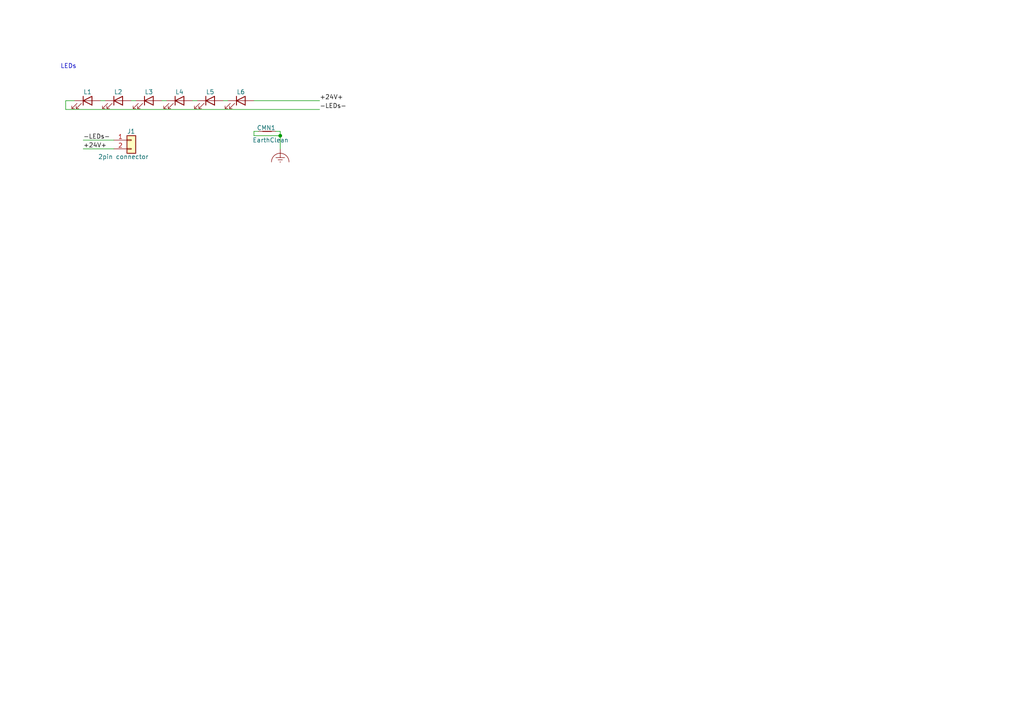
<source format=kicad_sch>
(kicad_sch (version 20231120) (generator "eeschema") (generator_version "8.0")
  (paper "A4")
  (title_block (title "Leds For Ai Cam Module") (date "2024-07-30") (rev "ver 01.01") (company "Hiper Teknoloji") (comment 1 "designer@ Nevzat DURMAZ"))
  (lib_symbols
    (symbol "Connector_Generic:Conn_01x02" (pin_names (offset 1.016) hide)
      (property "Reference" "J" (at 0 2.54 0))
      (property "Value" "Conn_01x02" (at 0 -5.08 0))
      (symbol "Conn_01x02_1_1"
        (rectangle (start -1.27 -2.413) (end 0 -2.667) (stroke (width 0.1524)))
        (rectangle (start -1.27 0.127) (end 0 -0.127) (stroke (width 0.1524)))
        (rectangle (start -1.27 1.27) (end 1.27 -3.81) (stroke (width 0.254)) (fill (type background)))
        (pin passive line (at -5.08 0 0) (length 3.81) (name "Pin_1") (number "1"))
        (pin passive line (at -5.08 -2.54 0) (length 3.81) (name "Pin_2") (number "2"))
      )
    )
    (symbol "Device:LED" (pin_numbers hide) (pin_names (offset 1.016) hide)
      (property "Reference" "D" (at 0 2.54 0))
      (property "Value" "LED" (at 0 -2.54 0))
      (symbol "LED_0_1"
        (polyline (pts (xy -1.27 -1.27) (xy -1.27 1.27)) (stroke (width 0.254)))
        (polyline (pts (xy -1.27 0) (xy 1.27 0)))
        (polyline (pts (xy 1.27 -1.27) (xy 1.27 1.27) (xy -1.27 0) (xy 1.27 -1.27)) (stroke (width 0.254)))
        (polyline (pts (xy -3.048 -0.762) (xy -4.572 -2.286) (xy -3.81 -2.286) (xy -4.572 -2.286) (xy -4.572 -1.524)))
        (polyline (pts (xy -1.778 -0.762) (xy -3.302 -2.286) (xy -2.54 -2.286) (xy -3.302 -2.286) (xy -3.302 -1.524)))
      )
      (symbol "LED_1_1"
        (pin passive line (at -3.81 0 0) (length 2.54) (name "K") (number "1"))
        (pin passive line (at 3.81 0 180) (length 2.54) (name "A") (number "2"))
      )
    )
    (symbol "Device:NetTie_2" (pin_numbers hide) (pin_names (offset 0) hide) (in_bom no)
      (property "Reference" "NT" (at 0 1.27 0))
      (property "Value" "NetTie_2" (at 0 -1.27 0))
      (symbol "NetTie_2_0_1"
        (polyline (pts (xy -1.27 0) (xy 1.27 0)) (stroke (width 0.254)))
      )
      (symbol "NetTie_2_1_1"
        (pin passive line (at -2.54 0 0) (length 2.54) (name "1") (number "1"))
        (pin passive line (at 2.54 0 180) (length 2.54) (name "2") (number "2"))
      )
    )
    (symbol "power:Earth_Clean" (power) (pin_numbers hide) (pin_names (offset 0) hide)
      (symbol "Earth_Clean_0_1"
        (polyline (pts (xy -0.635 -3.175) (xy 0.635 -3.175)))
        (polyline (pts (xy -0.127 -3.81) (xy 0.127 -3.81)))
        (polyline (pts (xy 0 -2.54) (xy 0 0)))
        (polyline (pts (xy 1.27 -2.54) (xy -1.27 -2.54)))
        (arc (start 2.54 -3.81) (mid 0 -1.281) (end -2.54 -3.81))
      )
      (symbol "Earth_Clean_1_1"
        (pin power_in line (at 0 0 270) (length 0) hide (name "Earth_Clean") (number "1"))
      )
    )
  )
  (junction (at 81.28 39.37))
  (wire (pts (xy 81.28 38.1) (xy 80.01 38.1)))
  (wire (pts (xy 73.66 39.37) (xy 81.28 39.37)))
  (wire (pts (xy 21.59 29.21) (xy 19.05 29.21)))
  (wire (pts (xy 24.13 43.18) (xy 33.02 43.18)))
  (wire (pts (xy 30.48 29.21) (xy 29.21 29.21)))
  (wire (pts (xy 39.37 29.21) (xy 38.1 29.21)))
  (wire (pts (xy 81.28 39.37) (xy 81.28 43.18)))
  (wire (pts (xy 19.05 31.75) (xy 92.71 31.75)))
  (wire (pts (xy 48.26 29.21) (xy 46.99 29.21)))
  (wire (pts (xy 81.28 38.1) (xy 81.28 39.37)))
  (wire (pts (xy 19.05 29.21) (xy 19.05 31.75)))
  (wire (pts (xy 73.66 29.21) (xy 92.71 29.21)))
  (wire (pts (xy 66.04 29.21) (xy 64.77 29.21)))
  (wire (pts (xy 24.13 40.64) (xy 33.02 40.64)))
  (wire (pts (xy 57.15 29.21) (xy 55.88 29.21)))
  (wire (pts (xy 73.66 39.37) (xy 73.66 38.1)))
  (wire (pts (xy 73.66 38.1) (xy 74.93 38.1)))
  (text "LEDs" (at 17.526 20.066 0) (effects (font (size 1.27 1.27)) (justify left bottom)))
  (label "+24V+" (at 92.71 29.21 0))
  (label "+24V+" (at 24.13 43.18 0))
  (label "-LEDs-" (at 92.71 31.75 0))
  (label "-LEDs-" (at 24.13 40.64 0))
  (symbol (lib_id "Device:LED") (at 52.07 29.21 0) (unit 1)
    (property "Reference" "L4" (at 52.07 26.67 0))
    (property "Value" "LED" (effects (hide yes)))
    (property "Footprint" "LED_SMD:LED_PLCC_2835" (effects (hide yes)))
    (property "Description" "Light emitting diode" (effects (hide yes)))
  )
  (symbol (lib_id "Device:LED") (at 25.4 29.21 0) (unit 1)
    (property "Reference" "L1" (at 25.4 26.67 0))
    (property "Value" "LED" (effects (hide yes)))
    (property "Footprint" "LED_SMD:LED_PLCC_2835" (effects (hide yes)))
    (property "Description" "Light emitting diode" (effects (hide yes)))
  )
  (symbol (lib_id "Device:LED") (at 34.29 29.21 0) (unit 1)
    (property "Reference" "L2" (at 34.29 26.67 0))
    (property "Value" "LED" (effects (hide yes)))
    (property "Footprint" "LED_SMD:LED_PLCC_2835" (effects (hide yes)))
    (property "Description" "Light emitting diode" (effects (hide yes)))
  )
  (symbol (lib_id "Device:NetTie_2") (at 77.47 38.1 0) (unit 1) (in_bom no)
    (property "Reference" "CMN1" (at 77.216 37.084 0))
    (property "Value" "EarthClean" (at 78.486 40.64 0))
    (property "Footprint" "NetTie:NetTie-2_SMD_Pad0.5mm" (effects (hide yes)))
  )
  (symbol (lib_id "Device:LED") (at 69.85 29.21 0) (unit 1)
    (property "Reference" "L6" (at 69.85 26.67 0))
    (property "Value" "LED" (effects (hide yes)))
    (property "Footprint" "LED_SMD:LED_PLCC_2835" (effects (hide yes)))
    (property "Description" "Light emitting diode" (effects (hide yes)))
  )
  (symbol (lib_id "Device:LED") (at 43.18 29.21 0) (unit 1)
    (property "Reference" "L3" (at 43.18 26.67 0))
    (property "Value" "LED" (effects (hide yes)))
    (property "Footprint" "LED_SMD:LED_PLCC_2835" (effects (hide yes)))
    (property "Description" "Light emitting diode" (effects (hide yes)))
  )
  (symbol (lib_id "Device:LED") (at 60.96 29.21 0) (unit 1)
    (property "Reference" "L5" (at 60.96 26.67 0))
    (property "Value" "LED" (effects (hide yes)))
    (property "Footprint" "LED_SMD:LED_PLCC_2835" (effects (hide yes)))
    (property "Description" "Light emitting diode" (effects (hide yes)))
  )
  (symbol (lib_id "power:Earth_Clean") (at 81.28 43.18 0) (unit 1)
    (property "Reference" "#PWR03" (effects (hide yes)))
    (property "Value" "Earth_Clean" (effects (hide yes)))
  )
  (symbol (lib_id "Connector_Generic:Conn_01x02") (at 38.1 40.64 0) (unit 1)
    (property "Reference" "J1" (at 36.83 38.1 0) (effects (justify left)))
    (property "Value" "2pin connector" (at 28.448 45.466 0) (effects (justify left)))
    (property "Footprint" "Connector_PinHeader_2.54mm:PinHeader_1x02_P2.54mm_Horizontal" (effects (hide yes)))
    (property "Description" "2pin 2.54mm molex connector (unmount)" (effects (hide yes)))
    (property "Sim.Library" ".\\" (effects (hide yes)))
  )
)
</source>
